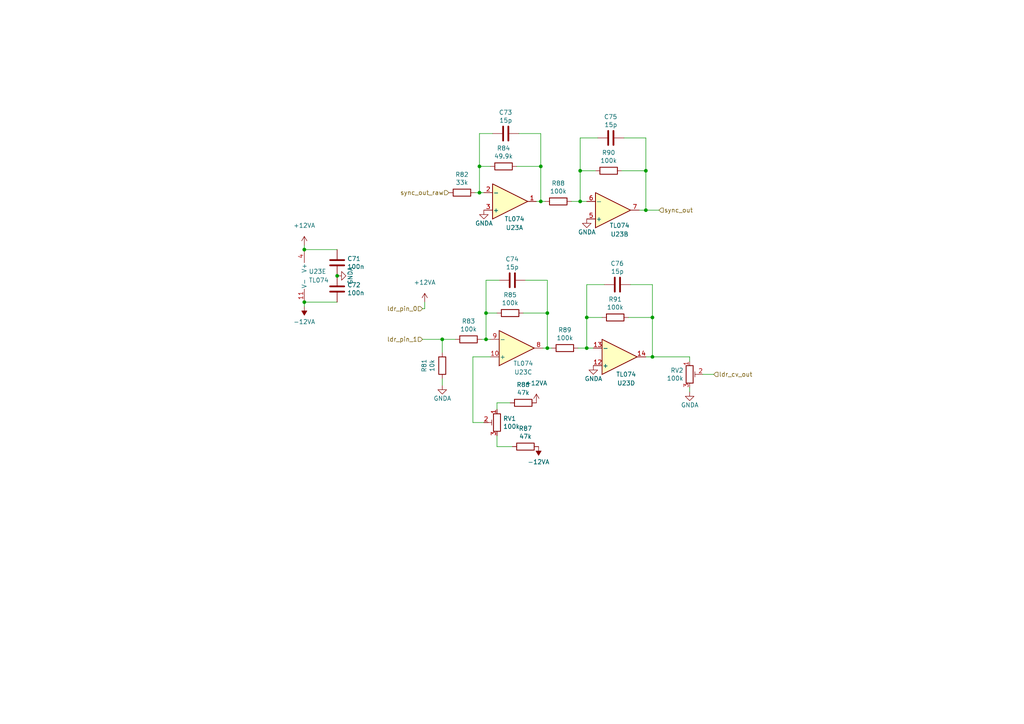
<source format=kicad_sch>
(kicad_sch (version 20211123) (generator eeschema)
  (paper "A4")
  (lib_symbols
    (symbol "Amplifier_Operational:TL074" (pin_names (offset 0.127))
      (property "Reference" "U" (at 0 5.08 0))
      (property "Value" "TL074" (at 0 -5.08 0))
      (symbol "TL074_1_1"
        (polyline (pts (xy -5.08 5.08) (xy 5.08 0) (xy -5.08 -5.08) (xy -5.08 5.08)) (stroke (width 0.254)) (fill (type background)))
        (pin output line (at 7.62 0 180) (length 2.54) (name "~") (number "1"))
        (pin input line (at -7.62 -2.54 0) (length 2.54) (name "-") (number "2"))
        (pin input line (at -7.62 2.54 0) (length 2.54) (name "+") (number "3"))
      )
      (symbol "TL074_2_1"
        (polyline (pts (xy -5.08 5.08) (xy 5.08 0) (xy -5.08 -5.08) (xy -5.08 5.08)) (stroke (width 0.254)) (fill (type background)))
        (pin input line (at -7.62 2.54 0) (length 2.54) (name "+") (number "5"))
        (pin input line (at -7.62 -2.54 0) (length 2.54) (name "-") (number "6"))
        (pin output line (at 7.62 0 180) (length 2.54) (name "~") (number "7"))
      )
      (symbol "TL074_3_1"
        (polyline (pts (xy -5.08 5.08) (xy 5.08 0) (xy -5.08 -5.08) (xy -5.08 5.08)) (stroke (width 0.254)) (fill (type background)))
        (pin input line (at -7.62 2.54 0) (length 2.54) (name "+") (number "10"))
        (pin output line (at 7.62 0 180) (length 2.54) (name "~") (number "8"))
        (pin input line (at -7.62 -2.54 0) (length 2.54) (name "-") (number "9"))
      )
      (symbol "TL074_4_1"
        (polyline (pts (xy -5.08 5.08) (xy 5.08 0) (xy -5.08 -5.08) (xy -5.08 5.08)) (stroke (width 0.254)) (fill (type background)))
        (pin input line (at -7.62 2.54 0) (length 2.54) (name "+") (number "12"))
        (pin input line (at -7.62 -2.54 0) (length 2.54) (name "-") (number "13"))
        (pin output line (at 7.62 0 180) (length 2.54) (name "~") (number "14"))
      )
      (symbol "TL074_5_1"
        (pin power_in line (at -2.54 -7.62 90) (length 3.81) (name "V-") (number "11"))
        (pin power_in line (at -2.54 7.62 270) (length 3.81) (name "V+") (number "4"))
      )
    )
    (symbol "Device:C" (pin_numbers hide) (pin_names (offset 0.254))
      (property "Reference" "C" (at 0.635 2.54 0))
      (property "Value" "C" (at 0.635 -2.54 0))
      (symbol "C_0_1"
        (polyline (pts (xy -2.032 -0.762) (xy 2.032 -0.762)) (stroke (width 0.508)))
        (polyline (pts (xy -2.032 0.762) (xy 2.032 0.762)) (stroke (width 0.508)))
      )
      (symbol "C_1_1"
        (pin passive line (at 0 3.81 270) (length 2.794) (name "~") (number "1"))
        (pin passive line (at 0 -3.81 90) (length 2.794) (name "~") (number "2"))
      )
    )
    (symbol "Device:R" (pin_numbers hide) (pin_names (offset 0))
      (property "Reference" "R" (at 2.032 0 90))
      (property "Value" "R" (at 0 0 90))
      (symbol "R_0_1"
        (rectangle (start -1.016 -2.54) (end 1.016 2.54) (stroke (width 0.254)))
      )
      (symbol "R_1_1"
        (pin passive line (at 0 3.81 270) (length 1.27) (name "~") (number "1"))
        (pin passive line (at 0 -3.81 90) (length 1.27) (name "~") (number "2"))
      )
    )
    (symbol "Device:R_POT_TRIM" (pin_names (offset 1.016) hide)
      (property "Reference" "RV" (at -4.445 0 90))
      (property "Value" "R_POT_TRIM" (at -2.54 0 90))
      (symbol "R_POT_TRIM_0_1"
        (polyline (pts (xy 1.524 0.762) (xy 1.524 -0.762)))
        (polyline (pts (xy 2.54 0) (xy 1.524 0)))
        (rectangle (start 1.016 2.54) (end -1.016 -2.54) (stroke (width 0.254)))
      )
      (symbol "R_POT_TRIM_1_1"
        (pin passive line (at 0 3.81 270) (length 1.27) (name "1") (number "1"))
        (pin passive line (at 3.81 0 180) (length 1.27) (name "2") (number "2"))
        (pin passive line (at 0 -3.81 90) (length 1.27) (name "3") (number "3"))
      )
    )
    (symbol "power:+12VA" (power) (pin_names (offset 0))
      (property "Value" "+12VA" (at 0 3.556 0))
      (symbol "+12VA_0_1"
        (polyline (pts (xy -0.762 1.27) (xy 0 2.54)))
        (polyline (pts (xy 0 0) (xy 0 2.54)))
        (polyline (pts (xy 0 2.54) (xy 0.762 1.27)))
      )
      (symbol "+12VA_1_1"
        (pin power_in line (at 0 0 90) (length 0) hide (name "+12VA") (number "1"))
      )
    )
    (symbol "power:-12VA" (power) (pin_names (offset 0))
      (property "Value" "-12VA" (at 0 3.556 0))
      (symbol "-12VA_0_0"
        (pin power_in line (at 0 0 90) (length 0) hide (name "-12VA") (number "1"))
      )
      (symbol "-12VA_0_1"
        (polyline (pts (xy 0 0) (xy 0 1.27) (xy 0.762 1.27) (xy 0 2.54) (xy -0.762 1.27) (xy 0 1.27)) (fill (type outline)))
      )
    )
    (symbol "power:GNDA" (power) (pin_names (offset 0))
      (property "Value" "GNDA" (at 0 -3.81 0))
      (symbol "GNDA_0_1"
        (polyline (pts (xy 0 0) (xy 0 -1.27) (xy 1.27 -1.27) (xy 0 -2.54) (xy -1.27 -1.27) (xy 0 -1.27)))
      )
      (symbol "GNDA_1_1"
        (pin power_in line (at 0 0 270) (length 0) hide (name "GNDA") (number "1"))
      )
    )
  )
  (junction (at 168.275 49.53))
  (junction (at 139.065 48.26))
  (junction (at 170.18 92.075))
  (junction (at 128.27 98.425))
  (junction (at 168.275 58.42))
  (junction (at 97.79 80.01))
  (junction (at 140.97 98.425))
  (junction (at 88.265 72.39))
  (junction (at 189.23 92.075))
  (junction (at 158.75 90.805))
  (junction (at 189.23 103.505))
  (junction (at 140.97 90.805))
  (junction (at 187.325 49.53))
  (junction (at 88.265 87.63))
  (junction (at 139.065 55.88))
  (junction (at 158.75 100.965))
  (junction (at 187.325 60.96))
  (junction (at 156.845 48.26))
  (junction (at 170.18 100.965))
  (junction (at 156.845 58.42))
  (wire (pts (xy 140.335 122.555) (xy 137.16 122.555)))
  (wire (pts (xy 144.145 129.54) (xy 144.145 126.365)))
  (wire (pts (xy 168.275 49.53) (xy 172.72 49.53)))
  (wire (pts (xy 173.355 40.005) (xy 168.275 40.005)))
  (wire (pts (xy 158.75 90.805) (xy 158.75 100.965)))
  (wire (pts (xy 137.795 55.88) (xy 139.065 55.88)))
  (wire (pts (xy 156.845 58.42) (xy 155.575 58.42)))
  (wire (pts (xy 165.735 58.42) (xy 168.275 58.42)))
  (wire (pts (xy 187.325 49.53) (xy 187.325 60.96)))
  (wire (pts (xy 167.64 100.965) (xy 170.18 100.965)))
  (wire (pts (xy 128.27 102.235) (xy 128.27 98.425)))
  (wire (pts (xy 168.275 49.53) (xy 168.275 58.42)))
  (wire (pts (xy 207.01 108.585) (xy 203.835 108.585)))
  (wire (pts (xy 170.18 92.075) (xy 174.625 92.075)))
  (wire (pts (xy 140.97 90.805) (xy 144.145 90.805)))
  (wire (pts (xy 189.23 103.505) (xy 187.325 103.505)))
  (wire (pts (xy 144.78 81.28) (xy 140.97 81.28)))
  (wire (pts (xy 149.86 48.26) (xy 156.845 48.26)))
  (wire (pts (xy 200.025 103.505) (xy 200.025 104.775)))
  (wire (pts (xy 170.18 92.075) (xy 170.18 100.965)))
  (wire (pts (xy 156.845 48.26) (xy 156.845 58.42)))
  (wire (pts (xy 175.26 82.55) (xy 170.18 82.55)))
  (wire (pts (xy 139.065 55.88) (xy 140.335 55.88)))
  (wire (pts (xy 137.16 122.555) (xy 137.16 103.505)))
  (wire (pts (xy 151.765 90.805) (xy 158.75 90.805)))
  (wire (pts (xy 139.065 48.26) (xy 142.24 48.26)))
  (wire (pts (xy 158.75 81.28) (xy 158.75 90.805)))
  (wire (pts (xy 88.265 72.39) (xy 97.79 72.39)))
  (wire (pts (xy 156.845 58.42) (xy 158.115 58.42)))
  (wire (pts (xy 137.16 103.505) (xy 142.24 103.505)))
  (wire (pts (xy 128.27 111.76) (xy 128.27 109.855)))
  (wire (pts (xy 142.875 38.735) (xy 139.065 38.735)))
  (wire (pts (xy 88.265 71.12) (xy 88.265 72.39)))
  (wire (pts (xy 140.97 81.28) (xy 140.97 90.805)))
  (wire (pts (xy 200.025 113.665) (xy 200.025 112.395)))
  (wire (pts (xy 140.97 98.425) (xy 142.24 98.425)))
  (wire (pts (xy 168.275 58.42) (xy 170.18 58.42)))
  (wire (pts (xy 156.845 38.735) (xy 156.845 48.26)))
  (wire (pts (xy 123.19 87.63) (xy 123.19 89.535)))
  (wire (pts (xy 144.145 116.84) (xy 147.955 116.84)))
  (wire (pts (xy 168.275 40.005) (xy 168.275 49.53)))
  (wire (pts (xy 144.145 118.745) (xy 144.145 116.84)))
  (wire (pts (xy 180.34 49.53) (xy 187.325 49.53)))
  (wire (pts (xy 88.265 88.9) (xy 88.265 87.63)))
  (wire (pts (xy 122.555 89.535) (xy 123.19 89.535)))
  (wire (pts (xy 139.065 38.735) (xy 139.065 48.26)))
  (wire (pts (xy 189.23 82.55) (xy 189.23 92.075)))
  (wire (pts (xy 189.23 92.075) (xy 189.23 103.505)))
  (wire (pts (xy 139.7 98.425) (xy 140.97 98.425)))
  (wire (pts (xy 128.27 98.425) (xy 132.08 98.425)))
  (wire (pts (xy 150.495 38.735) (xy 156.845 38.735)))
  (wire (pts (xy 189.23 103.505) (xy 200.025 103.505)))
  (wire (pts (xy 182.245 92.075) (xy 189.23 92.075)))
  (wire (pts (xy 139.065 55.88) (xy 139.065 48.26)))
  (wire (pts (xy 170.18 82.55) (xy 170.18 92.075)))
  (wire (pts (xy 170.18 100.965) (xy 172.085 100.965)))
  (wire (pts (xy 140.97 98.425) (xy 140.97 90.805)))
  (wire (pts (xy 97.79 87.63) (xy 88.265 87.63)))
  (wire (pts (xy 158.75 100.965) (xy 160.02 100.965)))
  (wire (pts (xy 187.325 40.005) (xy 187.325 49.53)))
  (wire (pts (xy 158.75 100.965) (xy 157.48 100.965)))
  (wire (pts (xy 182.88 82.55) (xy 189.23 82.55)))
  (wire (pts (xy 187.325 60.96) (xy 191.135 60.96)))
  (wire (pts (xy 180.975 40.005) (xy 187.325 40.005)))
  (wire (pts (xy 152.4 81.28) (xy 158.75 81.28)))
  (wire (pts (xy 148.59 129.54) (xy 144.145 129.54)))
  (wire (pts (xy 122.555 98.425) (xy 128.27 98.425)))
  (wire (pts (xy 187.325 60.96) (xy 185.42 60.96)))
  (hierarchical_label "ldr_pin_1" (shape input) (at 122.555 98.425 180))
  (hierarchical_label "sync_out" (shape input) (at 191.135 60.96 0))
  (hierarchical_label "sync_out_raw" (shape input) (at 130.175 55.88 180))
  (hierarchical_label "ldr_pin_0" (shape input) (at 122.555 89.535 180))
  (hierarchical_label "ldr_cv_out" (shape input) (at 207.01 108.585 0))
  (symbol (lib_id "Amplifier_Operational:TL074") (at 90.805 80.01 0) (unit 5)
    (property "Reference" "U23" (at 89.535 78.7399 0) (effects (justify left)))
    (property "Value" "TL074" (at 89.535 81.2799 0) (effects (justify left)))
    (property "Footprint" "TL074HIDYYR:SOP50P326X110-14N" (effects hide))
    (property "Datasheet" "http://www.ti.com/lit/ds/symlink/tl071.pdf" (effects hide))
  )
  (symbol (lib_id "power:GNDA") (at 170.18 63.5 0) (mirror y) (unit 1)
    (property "Reference" "#PWR0182" (effects hide))
    (property "Value" "GNDA" (at 167.64 67.31 0) (effects (justify right)))
  )
  (symbol (lib_id "Device:C") (at 97.79 83.82 0) (unit 1)
    (property "Reference" "C72" (at 100.711 82.6516 0) (effects (justify left)))
    (property "Value" "100n" (at 100.711 84.963 0) (effects (justify left)))
    (property "Footprint" "Capacitor_SMD:C_0603_1608Metric" (effects hide))
    (property "LCSC" "C14663" (effects hide))
  )
  (symbol (lib_id "Device:C") (at 146.685 38.735 90) (unit 1)
    (property "Reference" "C73" (at 148.59 32.6136 90) (effects (justify left)))
    (property "Value" "15p" (at 148.59 34.925 90) (effects (justify left)))
    (property "Footprint" "Capacitor_SMD:C_0603_1608Metric" (effects hide))
    (property "LCSC" "C14663" (effects hide))
  )
  (symbol (lib_id "Device:C") (at 179.07 82.55 90) (unit 1)
    (property "Reference" "C76" (at 180.975 76.4286 90) (effects (justify left)))
    (property "Value" "15p" (at 180.975 78.74 90) (effects (justify left)))
    (property "Footprint" "Capacitor_SMD:C_0603_1608Metric" (effects hide))
    (property "LCSC" "C14663" (effects hide))
  )
  (symbol (lib_id "Device:R") (at 133.985 55.88 270) (unit 1)
    (property "Reference" "R82" (at 133.985 50.6222 90))
    (property "Value" "33k" (at 133.985 52.9336 90))
    (property "Footprint" "Resistor_SMD:R_0603_1608Metric" (effects hide))
    (property "LCSC" "C25804" (effects hide))
  )
  (symbol (lib_id "Device:C") (at 148.59 81.28 90) (unit 1)
    (property "Reference" "C74" (at 150.495 75.1586 90) (effects (justify left)))
    (property "Value" "15p" (at 150.495 77.47 90) (effects (justify left)))
    (property "Footprint" "Capacitor_SMD:C_0603_1608Metric" (effects hide))
    (property "LCSC" "C14663" (effects hide))
  )
  (symbol (lib_id "Device:R_POT_TRIM") (at 144.145 122.555 0) (mirror y) (unit 1)
    (property "Reference" "RV1" (at 145.923 121.4056 0) (effects (justify right)))
    (property "Value" "100k" (at 145.923 123.704 0) (effects (justify right)))
    (property "Footprint" "Potentiometer_SMD:Potentiometer_Vishay_TS53YL_Vertical" (effects hide))
  )
  (symbol (lib_id "Device:R") (at 135.89 98.425 270) (unit 1)
    (property "Reference" "R83" (at 135.89 93.1672 90))
    (property "Value" "100k" (at 135.89 95.4786 90))
    (property "Footprint" "Resistor_SMD:R_0603_1608Metric" (effects hide))
    (property "LCSC" "C25804" (effects hide))
  )
  (symbol (lib_id "Device:C") (at 97.79 76.2 0) (unit 1)
    (property "Reference" "C71" (at 100.711 75.0316 0) (effects (justify left)))
    (property "Value" "100n" (at 100.711 77.343 0) (effects (justify left)))
    (property "Footprint" "Capacitor_SMD:C_0603_1608Metric" (effects hide))
    (property "LCSC" "C14663" (effects hide))
  )
  (symbol (lib_id "power:GNDA") (at 128.27 111.76 0) (mirror y) (unit 1)
    (property "Reference" "#PWR0180" (effects hide))
    (property "Value" "GNDA" (at 125.73 115.57 0) (effects (justify right)))
  )
  (symbol (lib_id "power:GNDA") (at 97.79 80.01 90) (mirror x) (unit 1)
    (property "Reference" "#PWR0179" (effects hide))
    (property "Value" "GNDA" (at 101.6 82.55 0) (effects (justify right)))
  )
  (symbol (lib_id "power:+12VA") (at 123.19 87.63 0) (unit 1)
    (property "Reference" "#PWR0163" (effects hide))
    (property "Value" "+12VA" (at 123.19 81.915 0))
  )
  (symbol (lib_id "power:GNDA") (at 172.085 106.045 0) (mirror y) (unit 1)
    (property "Reference" "#PWR0183" (effects hide))
    (property "Value" "GNDA" (at 169.545 109.855 0) (effects (justify right)))
  )
  (symbol (lib_id "power:GNDA") (at 140.335 60.96 0) (mirror y) (unit 1)
    (property "Reference" "#PWR0181" (effects hide))
    (property "Value" "GNDA" (at 137.795 64.77 0) (effects (justify right)))
  )
  (symbol (lib_id "Amplifier_Operational:TL074") (at 177.8 60.96 0) (mirror x) (unit 2)
    (property "Reference" "U23" (at 179.705 67.945 0))
    (property "Value" "TL074" (at 179.705 65.405 0))
    (property "Footprint" "TL074HIDYYR:SOP50P326X110-14N" (effects hide))
    (property "Datasheet" "http://www.ti.com/lit/ds/symlink/tl071.pdf" (effects hide))
  )
  (symbol (lib_id "Device:R") (at 147.955 90.805 270) (unit 1)
    (property "Reference" "R85" (at 147.955 85.5472 90))
    (property "Value" "100k" (at 147.955 87.8586 90))
    (property "Footprint" "Resistor_SMD:R_0603_1608Metric" (effects hide))
    (property "LCSC" "C25804" (effects hide))
  )
  (symbol (lib_id "Amplifier_Operational:TL074") (at 147.955 58.42 0) (mirror x) (unit 1)
    (property "Reference" "U23" (at 149.225 66.04 0))
    (property "Value" "TL074" (at 149.225 63.5 0))
    (property "Footprint" "TL074HIDYYR:SOP50P326X110-14N" (effects hide))
    (property "Datasheet" "http://www.ti.com/lit/ds/symlink/tl071.pdf" (effects hide))
  )
  (symbol (lib_id "Device:R") (at 161.925 58.42 270) (unit 1)
    (property "Reference" "R88" (at 161.925 53.1622 90))
    (property "Value" "100k" (at 161.925 55.4736 90))
    (property "Footprint" "Resistor_SMD:R_0603_1608Metric" (effects hide))
    (property "LCSC" "C25804" (effects hide))
  )
  (symbol (lib_id "Device:R") (at 146.05 48.26 270) (unit 1)
    (property "Reference" "R84" (at 146.05 43.0022 90))
    (property "Value" "49.9k" (at 146.05 45.3136 90))
    (property "Footprint" "Resistor_SMD:R_0603_1608Metric" (effects hide))
    (property "LCSC" "C25804" (effects hide))
  )
  (symbol (lib_id "Device:R_POT_TRIM") (at 200.025 108.585 0) (unit 1)
    (property "Reference" "RV2" (at 198.247 107.4356 0) (effects (justify right)))
    (property "Value" "100k" (at 198.247 109.734 0) (effects (justify right)))
    (property "Footprint" "Potentiometer_SMD:Potentiometer_Vishay_TS53YL_Vertical" (effects hide))
  )
  (symbol (lib_id "Device:R") (at 152.4 129.54 270) (unit 1)
    (property "Reference" "R87" (at 152.4 124.2822 90))
    (property "Value" "47k" (at 152.4 126.5936 90))
    (property "Footprint" "Resistor_SMD:R_0603_1608Metric" (effects hide))
    (property "LCSC" "C25804" (effects hide))
  )
  (symbol (lib_id "Device:R") (at 178.435 92.075 270) (unit 1)
    (property "Reference" "R91" (at 178.435 86.8172 90))
    (property "Value" "100k" (at 178.435 89.1286 90))
    (property "Footprint" "Resistor_SMD:R_0603_1608Metric" (effects hide))
    (property "LCSC" "C25804" (effects hide))
  )
  (symbol (lib_id "power:GNDA") (at 200.025 113.665 0) (mirror y) (unit 1)
    (property "Reference" "#PWR0170" (effects hide))
    (property "Value" "GNDA" (at 197.485 117.475 0) (effects (justify right)))
  )
  (symbol (lib_id "power:+12VA") (at 88.265 71.12 0) (unit 1)
    (property "Reference" "#PWR0160" (effects hide))
    (property "Value" "+12VA" (at 88.265 65.405 0))
  )
  (symbol (lib_id "Amplifier_Operational:TL074") (at 179.705 103.505 0) (mirror x) (unit 4)
    (property "Reference" "U23" (at 181.61 111.125 0))
    (property "Value" "TL074" (at 181.61 108.585 0))
    (property "Footprint" "TL074HIDYYR:SOP50P326X110-14N" (effects hide))
    (property "Datasheet" "http://www.ti.com/lit/ds/symlink/tl071.pdf" (effects hide))
  )
  (symbol (lib_id "power:-12VA") (at 156.21 129.54 180) (unit 1)
    (property "Reference" "#PWR0167" (effects hide))
    (property "Value" "-12VA" (at 156.21 133.985 0))
  )
  (symbol (lib_id "Device:R") (at 128.27 106.045 0) (unit 1)
    (property "Reference" "R81" (at 123.0122 106.045 90))
    (property "Value" "10k" (at 125.3236 106.045 90))
    (property "Footprint" "Resistor_SMD:R_0603_1608Metric" (effects hide))
    (property "LCSC" "C25804" (effects hide))
  )
  (symbol (lib_id "Device:R") (at 151.765 116.84 270) (unit 1)
    (property "Reference" "R86" (at 151.765 111.5822 90))
    (property "Value" "47k" (at 151.765 113.8936 90))
    (property "Footprint" "Resistor_SMD:R_0603_1608Metric" (effects hide))
    (property "LCSC" "C25804" (effects hide))
  )
  (symbol (lib_id "power:-12VA") (at 88.265 88.9 180) (unit 1)
    (property "Reference" "#PWR0161" (effects hide))
    (property "Value" "-12VA" (at 88.265 93.345 0))
  )
  (symbol (lib_id "power:+12VA") (at 155.575 116.84 0) (unit 1)
    (property "Reference" "#PWR0166" (effects hide))
    (property "Value" "+12VA" (at 155.575 111.125 0))
  )
  (symbol (lib_id "Device:R") (at 163.83 100.965 270) (unit 1)
    (property "Reference" "R89" (at 163.83 95.7072 90))
    (property "Value" "100k" (at 163.83 98.0186 90))
    (property "Footprint" "Resistor_SMD:R_0603_1608Metric" (effects hide))
    (property "LCSC" "C25804" (effects hide))
  )
  (symbol (lib_id "Device:C") (at 177.165 40.005 90) (unit 1)
    (property "Reference" "C75" (at 179.07 33.8836 90) (effects (justify left)))
    (property "Value" "15p" (at 179.07 36.195 90) (effects (justify left)))
    (property "Footprint" "Capacitor_SMD:C_0603_1608Metric" (effects hide))
    (property "LCSC" "C14663" (effects hide))
  )
  (symbol (lib_id "Amplifier_Operational:TL074") (at 149.86 100.965 0) (mirror x) (unit 3)
    (property "Reference" "U23" (at 151.765 107.95 0))
    (property "Value" "TL074" (at 151.765 105.41 0))
    (property "Footprint" "TL074HIDYYR:SOP50P326X110-14N" (effects hide))
    (property "Datasheet" "http://www.ti.com/lit/ds/symlink/tl071.pdf" (effects hide))
  )
  (symbol (lib_id "Device:R") (at 176.53 49.53 270) (unit 1)
    (property "Reference" "R90" (at 176.53 44.2722 90))
    (property "Value" "100k" (at 176.53 46.5836 90))
    (property "Footprint" "Resistor_SMD:R_0603_1608Metric" (effects hide))
    (property "LCSC" "C25804" (effects hide))
  )
)
</source>
